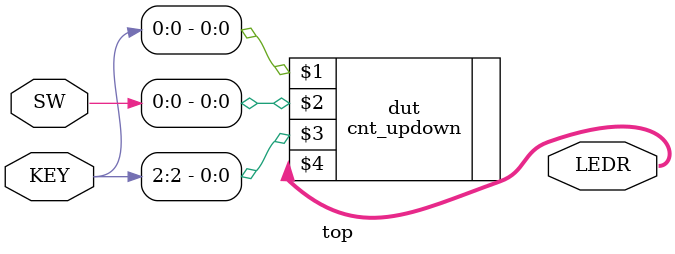
<source format=v>
module top (SW, KEY, LEDR);

    input wire [9:0] SW;        // DE-series switches
    input wire [3:0] KEY;       // DE-series pushbuttons

    output wire [9:0] LEDR;     // DE-series LEDs   

    cnt_updown dut (KEY[0], SW[0], KEY[2], LEDR);
 
endmodule


</source>
